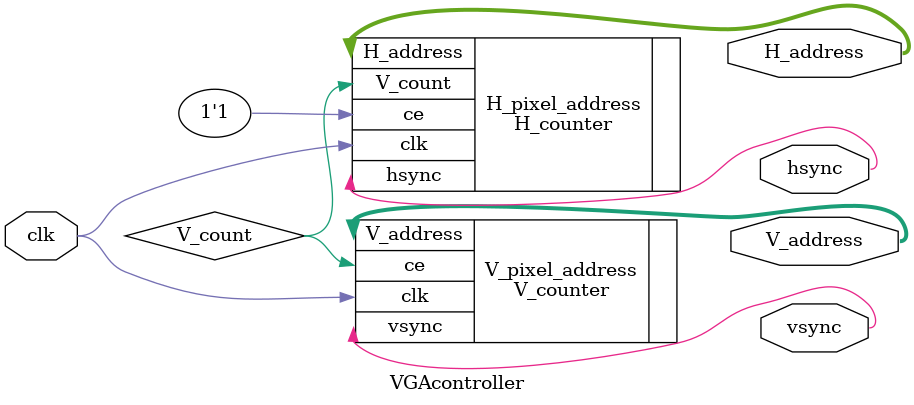
<source format=v>
`timescale 1ns / 1ps


module VGAcontroller(
    input clk,
    output hsync,
    output vsync,
    output [15:0]H_address,
    output [15:0]V_address
    );
    
    //declare wire to hold V_count output of H_counter
    wire V_count;
    
    //call instance of horizontal and vertical address counters
    H_counter H_pixel_address(.clk(clk),.ce(1'b1),.hsync(hsync),.H_address(H_address),.V_count(V_count));
    V_counter V_pixel_address(.clk(clk),.ce(V_count),.vsync(vsync),.V_address(V_address));
  
    
endmodule

</source>
